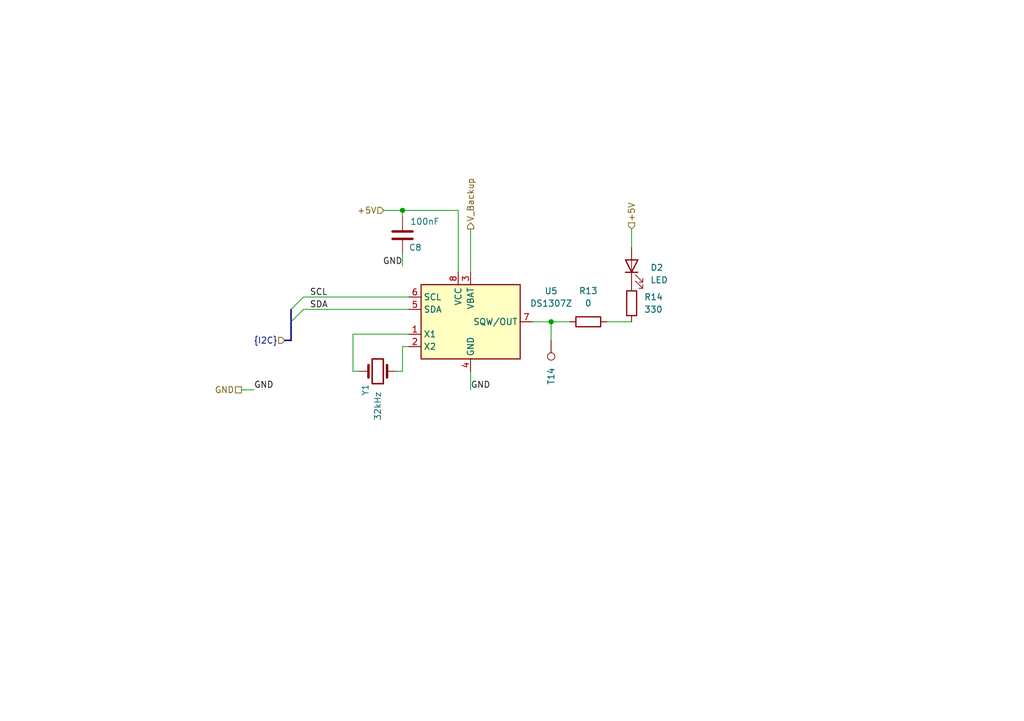
<source format=kicad_sch>
(kicad_sch (version 20231120) (generator "eeschema") (generator_version "8.0")
  (paper "A5")
  (title_block (title "RTC") (date "2024-04-17") (rev "1.0"))
  (lib_symbols
    (symbol "Connector:TestPoint" (pin_numbers hide) (pin_names (offset 0.762) hide)
      (property "Reference" "TP" (at 0 6.858 0))
      (property "Value" "TestPoint" (at 0 5.08 0))
      (symbol "TestPoint_0_1"
        (circle (center 0 3.302) (radius 0.762))
      )
      (symbol "TestPoint_1_1"
        (pin passive line (at 0 0 90) (length 2.54) (name "1") (number "1"))
      )
    )
    (symbol "Device:C" (pin_numbers hide) (pin_names (offset 0.254))
      (property "Reference" "C" (at 0.635 2.54 0))
      (property "Value" "C" (at 0.635 -2.54 0))
      (symbol "C_0_1"
        (polyline (pts (xy -2.032 -0.762) (xy 2.032 -0.762)) (stroke (width 0.508)))
        (polyline (pts (xy -2.032 0.762) (xy 2.032 0.762)) (stroke (width 0.508)))
      )
      (symbol "C_1_1"
        (pin passive line (at 0 3.81 270) (length 2.794) (name "~") (number "1"))
        (pin passive line (at 0 -3.81 90) (length 2.794) (name "~") (number "2"))
      )
    )
    (symbol "Device:Crystal" (pin_numbers hide) (pin_names (offset 1.016) hide)
      (property "Reference" "Y" (at 0 3.81 0))
      (property "Value" "Crystal" (at 0 -3.81 0))
      (symbol "Crystal_0_1"
        (rectangle (start -1.143 2.54) (end 1.143 -2.54) (stroke (width 0.3048)))
        (polyline (pts (xy -2.54 0) (xy -1.905 0)))
        (polyline (pts (xy -1.905 -1.27) (xy -1.905 1.27)) (stroke (width 0.508)))
        (polyline (pts (xy 1.905 -1.27) (xy 1.905 1.27)) (stroke (width 0.508)))
        (polyline (pts (xy 2.54 0) (xy 1.905 0)))
      )
      (symbol "Crystal_1_1"
        (pin passive line (at -3.81 0 0) (length 1.27) (name "1") (number "1"))
        (pin passive line (at 3.81 0 180) (length 1.27) (name "2") (number "2"))
      )
    )
    (symbol "Device:LED" (pin_numbers hide) (pin_names (offset 1.016) hide)
      (property "Reference" "D" (at 0 2.54 0))
      (property "Value" "LED" (at 0 -2.54 0))
      (symbol "LED_0_1"
        (polyline (pts (xy -1.27 -1.27) (xy -1.27 1.27)) (stroke (width 0.254)))
        (polyline (pts (xy -1.27 0) (xy 1.27 0)))
        (polyline (pts (xy 1.27 -1.27) (xy 1.27 1.27) (xy -1.27 0) (xy 1.27 -1.27)) (stroke (width 0.254)))
        (polyline (pts (xy -3.048 -0.762) (xy -4.572 -2.286) (xy -3.81 -2.286) (xy -4.572 -2.286) (xy -4.572 -1.524)))
        (polyline (pts (xy -1.778 -0.762) (xy -3.302 -2.286) (xy -2.54 -2.286) (xy -3.302 -2.286) (xy -3.302 -1.524)))
      )
      (symbol "LED_1_1"
        (pin passive line (at -3.81 0 0) (length 2.54) (name "K") (number "1"))
        (pin passive line (at 3.81 0 180) (length 2.54) (name "A") (number "2"))
      )
    )
    (symbol "Device:R" (pin_numbers hide) (pin_names (offset 0))
      (property "Reference" "R" (at 2.032 0 90))
      (property "Value" "R" (at 0 0 90))
      (symbol "R_0_1"
        (rectangle (start -1.016 -2.54) (end 1.016 2.54) (stroke (width 0.254)))
      )
      (symbol "R_1_1"
        (pin passive line (at 0 3.81 270) (length 1.27) (name "~") (number "1"))
        (pin passive line (at 0 -3.81 90) (length 1.27) (name "~") (number "2"))
      )
    )
    (symbol "Timer_RTC:DS1307+"
      (property "Reference" "U" (at -8.89 8.89 0))
      (property "Value" "DS1307+" (at 1.27 8.89 0))
      (symbol "DS1307+_0_1"
        (rectangle (start -10.16 7.62) (end 10.16 -7.62) (stroke (width 0.254)) (fill (type background)))
      )
      (symbol "DS1307+_1_1"
        (pin input line (at -12.7 -2.54 0) (length 2.54) (name "X1") (number "1"))
        (pin input line (at -12.7 -5.08 0) (length 2.54) (name "X2") (number "2"))
        (pin power_in line (at 0 10.16 270) (length 2.54) (name "VBAT") (number "3"))
        (pin power_in line (at 0 -10.16 90) (length 2.54) (name "GND") (number "4"))
        (pin bidirectional line (at -12.7 2.54 0) (length 2.54) (name "SDA") (number "5"))
        (pin input line (at -12.7 5.08 0) (length 2.54) (name "SCL") (number "6"))
        (pin open_collector line (at 12.7 0 180) (length 2.54) (name "SQW/OUT") (number "7"))
        (pin power_in line (at -2.54 10.16 270) (length 2.54) (name "VCC") (number "8"))
      )
    )
  )
  (junction (at 113.03 66.04))
  (junction (at 82.55 43.18))
  (bus_entry (at 62.23 63.5) (size -2.54 2.54))
  (bus_entry (at 62.23 60.96) (size -2.54 2.54))
  (bus (pts (xy 59.69 69.85) (xy 59.69 66.04)))
  (wire (pts (xy 83.82 71.12) (xy 82.55 71.12)))
  (wire (pts (xy 82.55 43.18) (xy 93.98 43.18)))
  (wire (pts (xy 93.98 43.18) (xy 93.98 55.88)))
  (wire (pts (xy 96.52 76.2) (xy 96.52 80.01)))
  (wire (pts (xy 72.39 68.58) (xy 83.82 68.58)))
  (wire (pts (xy 113.03 66.04) (xy 116.84 66.04)))
  (bus (pts (xy 58.42 69.85) (xy 59.69 69.85)))
  (wire (pts (xy 72.39 76.2) (xy 72.39 68.58)))
  (wire (pts (xy 78.74 43.18) (xy 82.55 43.18)))
  (wire (pts (xy 82.55 52.07) (xy 82.55 54.61)))
  (wire (pts (xy 113.03 66.04) (xy 113.03 69.85)))
  (wire (pts (xy 124.46 66.04) (xy 129.54 66.04)))
  (wire (pts (xy 62.23 60.96) (xy 83.82 60.96)))
  (wire (pts (xy 82.55 71.12) (xy 82.55 76.2)))
  (wire (pts (xy 49.53 80.01) (xy 52.07 80.01)))
  (wire (pts (xy 129.54 46.99) (xy 129.54 50.8)))
  (wire (pts (xy 96.52 46.99) (xy 96.52 55.88)))
  (wire (pts (xy 82.55 43.18) (xy 82.55 44.45)))
  (wire (pts (xy 109.22 66.04) (xy 113.03 66.04)))
  (wire (pts (xy 73.66 76.2) (xy 72.39 76.2)))
  (bus (pts (xy 59.69 66.04) (xy 59.69 63.5)))
  (wire (pts (xy 62.23 63.5) (xy 83.82 63.5)))
  (wire (pts (xy 81.28 76.2) (xy 82.55 76.2)))
  (label "GND" (at 82.55 54.61 180))
  (label "GND" (at 96.52 80.01 0))
  (label "GND" (at 52.07 80.01 0))
  (label "SDA" (at 63.5 63.5 0))
  (label "SCL" (at 63.5 60.96 0))
  (hierarchical_label "+5V" (shape input) (at 78.74 43.18 180))
  (hierarchical_label "GND" (shape passive) (at 49.53 80.01 180))
  (hierarchical_label "{I2C}" (shape input) (at 58.42 69.85 180))
  (hierarchical_label "+5V" (shape input) (at 129.54 46.99 90))
  (hierarchical_label "V_Backup" (shape output) (at 96.52 46.99 90))
  (symbol (lib_id "Device:R") (at 120.65 66.04 90) (unit 1)
    (property "Reference" "R13" (at 120.65 59.69 90))
    (property "Value" "0" (at 120.65 62.23 90))
    (property "Footprint" "Resistor_SMD:R_0603_1608Metric" (effects (hide yes)))
  )
  (symbol (lib_id "Connector:TestPoint") (at 113.03 69.85 180) (unit 1)
    (property "Reference" "T14" (at 113.03 77.216 90))
    (property "Value" "TP" (effects (hide yes)))
    (property "Footprint" "TestPoint:TestPoint_Pad_D1.0mm" (effects (hide yes)))
    (property "Description" "test point" (effects (hide yes)))
  )
  (symbol (lib_id "Timer_RTC:DS1307+") (at 96.52 66.04 0) (unit 1)
    (property "Reference" "U5" (at 113.03 59.7214 0))
    (property "Value" "DS1307Z" (at 113.03 62.2614 0))
    (property "Footprint" "Package_SO:SO-8_5.3x6.2mm_P1.27mm" (effects (hide yes)))
    (property "Datasheet" "https://datasheets.maximintegrated.com/en/ds/DS1307.pdf" (effects (hide yes)))
    (property "Description" "64 x 8, Serial, I2C Real-time clock, 4.5V to 5.5V VCC, 0°C to +70°C, DIP-8" (effects (hide yes)))
  )
  (symbol (lib_id "Device:LED") (at 129.54 54.61 90) (unit 1)
    (property "Reference" "D2" (at 133.35 54.9275 90) (effects (justify right)))
    (property "Value" "LED" (at 133.35 57.4675 90) (effects (justify right)))
    (property "Footprint" "LED_SMD:LED_0603_1608Metric" (effects (hide yes)))
  )
  (symbol (lib_id "Device:C") (at 82.55 48.26 0) (unit 1)
    (property "Reference" "C8" (at 83.82 50.8 0) (effects (justify left)))
    (property "Value" "100nF" (at 84.074 45.466 0) (effects (justify left)))
    (property "Footprint" "Capacitor_SMD:C_0603_1608Metric" (effects (hide yes)))
  )
  (symbol (lib_id "Device:Crystal") (at 77.47 76.2 180) (unit 1) (exclude_from_sim yes)
    (property "Reference" "Y1" (at 74.93 81.28 90) (effects (justify right)))
    (property "Value" "32kHz" (at 77.47 86.36 90) (effects (justify right)))
    (property "Footprint" "Crystal:Crystal_SMD_3215-2Pin_3.2x1.5mm" (effects (hide yes)))
  )
  (symbol (lib_id "Device:R") (at 129.54 62.23 0) (unit 1)
    (property "Reference" "R14" (at 132.08 60.9599 0) (effects (justify left)))
    (property "Value" "330" (at 132.08 63.4999 0) (effects (justify left)))
    (property "Footprint" "Resistor_SMD:R_0603_1608Metric" (effects (hide yes)))
  )
)
</source>
